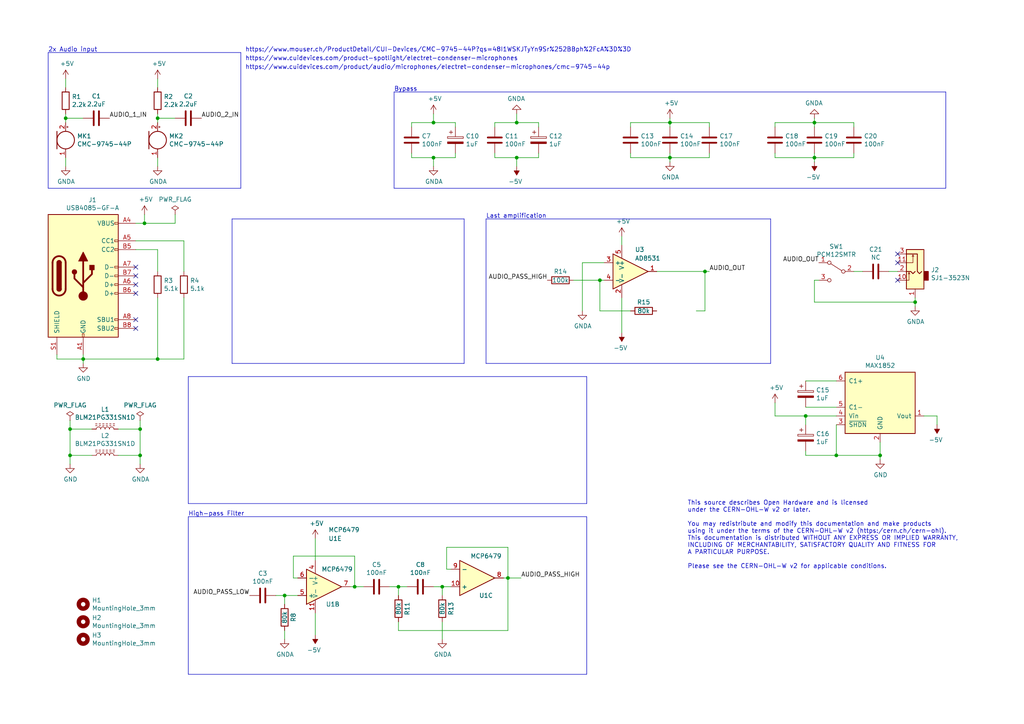
<source format=kicad_sch>
(kicad_sch (version 20230121) (generator eeschema)
  (paper "A4")
  (title_block (title "Gmic") (date "2023-03-15") (rev "V1.1") (company "Guillaume Guillet") (comment 1 "Copyright Guillaume Guillet 2023") (comment 2 "Licensed under CERN-OHL-W v2 or later"))
  (lib_symbols
    (symbol "Connector:USB_C_Receptacle_USB2.0" (pin_names (offset 1.016))
      (property "Reference" "J" (at -10.16 19.05 0))
      (property "Value" "USB_C_Receptacle_USB2.0" (at 19.05 19.05 0))
      (symbol "USB_C_Receptacle_USB2.0_1_1"
        (pin passive line (at 0 -22.86 90) (length 5.08) (name "GND") (number "A1"))
        (pin passive line (at 0 -22.86 90) (length 5.08) hide (name "GND") (number "A12"))
        (pin passive line (at 15.24 15.24 180) (length 5.08) (name "VBUS") (number "A4"))
        (pin bidirectional line (at 15.24 10.16 180) (length 5.08) (name "CC1") (number "A5"))
        (pin bidirectional line (at 15.24 -2.54 180) (length 5.08) (name "D+") (number "A6"))
        (pin bidirectional line (at 15.24 2.54 180) (length 5.08) (name "D-") (number "A7"))
        (pin bidirectional line (at 15.24 -12.7 180) (length 5.08) (name "SBU1") (number "A8"))
        (pin passive line (at 15.24 15.24 180) (length 5.08) hide (name "VBUS") (number "A9"))
        (pin passive line (at 0 -22.86 90) (length 5.08) hide (name "GND") (number "B1"))
        (pin passive line (at 0 -22.86 90) (length 5.08) hide (name "GND") (number "B12"))
        (pin passive line (at 15.24 15.24 180) (length 5.08) hide (name "VBUS") (number "B4"))
        (pin bidirectional line (at 15.24 7.62 180) (length 5.08) (name "CC2") (number "B5"))
        (pin bidirectional line (at 15.24 -5.08 180) (length 5.08) (name "D+") (number "B6"))
        (pin bidirectional line (at 15.24 0 180) (length 5.08) (name "D-") (number "B7"))
        (pin bidirectional line (at 15.24 -15.24 180) (length 5.08) (name "SBU2") (number "B8"))
        (pin passive line (at 15.24 15.24 180) (length 5.08) hide (name "VBUS") (number "B9"))
        (pin passive line (at -7.62 -22.86 90) (length 5.08) (name "SHIELD") (number "S1"))
      )
    )
    (symbol "Custom:AD8531"
      (property "Reference" "U" (at 1.27 5.08 0))
      (property "Value" "AD8531" (at 5.08 -3.81 0))
      (symbol "AD8531_1_1"
        (pin output line (at 7.62 0 180) (length 2.54) (name "~") (number "1"))
        (pin power_in line (at -2.54 -7.62 90) (length 3.81) (name "V-") (number "2"))
        (pin input line (at -7.62 2.54 0) (length 2.54) (name "+") (number "3"))
        (pin input line (at -7.62 -2.54 0) (length 2.54) (name "-") (number "4"))
        (pin power_in line (at -2.54 7.62 270) (length 3.81) (name "V+") (number "5"))
      )
    )
    (symbol "Custom:AD8532"
      (property "Reference" "U" (at 0 5.08 0))
      (property "Value" "AD8532" (at 0 -5.08 0))
      (symbol "AD8532_1_1"
        (pin output line (at 7.62 0 180) (length 2.54) (name "~") (number "1"))
        (pin input line (at -7.62 -2.54 0) (length 2.54) (name "-") (number "2"))
        (pin input line (at -7.62 2.54 0) (length 2.54) (name "+") (number "3"))
      )
      (symbol "AD8532_2_1"
        (pin input line (at -7.62 2.54 0) (length 2.54) (name "+") (number "5"))
        (pin input line (at -7.62 -2.54 0) (length 2.54) (name "-") (number "6"))
        (pin output line (at 7.62 0 180) (length 2.54) (name "~") (number "7"))
      )
      (symbol "AD8532_3_1"
        (pin power_in line (at 0 -6.35 90) (length 3.81) (name "V-") (number "4"))
        (pin power_in line (at 0 6.35 270) (length 3.81) (name "V+") (number "8"))
      )
    )
    (symbol "Custom:MAX1852" (pin_names (offset 1.016))
      (property "Reference" "U" (at -10.16 10.16 0))
      (property "Value" "MAX1852" (at 15.24 10.16 0))
      (symbol "MAX1852_1_1"
        (pin power_out line (at 12.7 -5.08 180) (length 2.54) (name "Vout") (number "1"))
        (pin power_in line (at 0 -12.7 90) (length 2.54) (name "GND") (number "2"))
        (pin input line (at -12.7 -7.62 0) (length 2.54) (name "~{SHDN}") (number "3"))
        (pin power_in line (at -12.7 -5.08 0) (length 2.54) (name "Vin") (number "4"))
        (pin passive line (at -12.7 -2.54 0) (length 2.54) (name "C1-") (number "5"))
        (pin passive line (at -12.7 5.08 0) (length 2.54) (name "C1+") (number "6"))
      )
    )
    (symbol "Custom:MCP6479"
      (property "Reference" "U" (at 0 5.08 0))
      (property "Value" "MCP6479" (at 0 -5.08 0))
      (symbol "MCP6479_1_1"
        (pin output line (at 7.62 0 180) (length 2.54) (name "~") (number "1"))
        (pin input line (at -7.62 -2.54 0) (length 2.54) (name "-") (number "2"))
        (pin input line (at -7.62 2.54 0) (length 2.54) (name "+") (number "3"))
      )
      (symbol "MCP6479_2_1"
        (pin input line (at -7.62 2.54 0) (length 2.54) (name "+") (number "5"))
        (pin input line (at -7.62 -2.54 0) (length 2.54) (name "-") (number "6"))
        (pin output line (at 7.62 0 180) (length 2.54) (name "~") (number "7"))
      )
      (symbol "MCP6479_3_1"
        (pin input line (at -7.62 2.54 0) (length 2.54) (name "+") (number "10"))
        (pin output line (at 7.62 0 180) (length 2.54) (name "~") (number "8"))
        (pin input line (at -7.62 -2.54 0) (length 2.54) (name "-") (number "9"))
      )
      (symbol "MCP6479_4_1"
        (pin input line (at -7.62 2.54 0) (length 2.54) (name "+") (number "12"))
        (pin input line (at -7.62 -2.54 0) (length 2.54) (name "-") (number "13"))
        (pin output line (at 7.62 0 180) (length 2.54) (name "~") (number "14"))
      )
      (symbol "MCP6479_5_1"
        (pin power_in line (at -2.54 -7.62 90) (length 3.81) (name "V-") (number "11"))
        (pin power_in line (at -2.54 7.62 270) (length 3.81) (name "V+") (number "4"))
      )
    )
    (symbol "Custom:SJ1-3523N"
      (property "Reference" "J" (at 0 11.43 0))
      (property "Value" "SJ1-3523N" (at 0 8.89 0))
      (symbol "SJ1-3523N_1_1"
        (pin passive line (at 0 -7.62 90) (length 2.54) (name "~") (number "1"))
        (pin passive line (at 5.08 -2.54 180) (length 2.54) (name "~") (number "10"))
        (pin passive line (at 5.08 2.54 180) (length 2.54) (name "~") (number "11"))
        (pin passive line (at 5.08 0 180) (length 2.54) (name "~") (number "2"))
        (pin passive line (at 5.08 5.08 180) (length 2.54) (name "~") (number "3"))
      )
    )
    (symbol "Device:C" (pin_numbers hide) (pin_names (offset 0.254))
      (property "Reference" "C" (at 0.635 2.54 0))
      (property "Value" "C" (at 0.635 -2.54 0))
      (symbol "C_1_1"
        (pin passive line (at 0 3.81 270) (length 2.794) (name "~") (number "1"))
        (pin passive line (at 0 -3.81 90) (length 2.794) (name "~") (number "2"))
      )
    )
    (symbol "Device:C_Polarized" (pin_numbers hide) (pin_names (offset 0.254))
      (property "Reference" "C" (at 0.635 2.54 0))
      (property "Value" "C_Polarized" (at 0.635 -2.54 0))
      (symbol "C_Polarized_1_1"
        (pin passive line (at 0 3.81 270) (length 2.794) (name "~") (number "1"))
        (pin passive line (at 0 -3.81 90) (length 2.794) (name "~") (number "2"))
      )
    )
    (symbol "Device:L_Ferrite" (pin_numbers hide) (pin_names (offset 1.016) hide)
      (property "Reference" "L" (at -1.27 0 90))
      (property "Value" "L_Ferrite" (at 2.794 0 90))
      (symbol "L_Ferrite_1_1"
        (pin passive line (at 0 3.81 270) (length 1.27) (name "1") (number "1"))
        (pin passive line (at 0 -3.81 90) (length 1.27) (name "2") (number "2"))
      )
    )
    (symbol "Device:Microphone" (pin_names (offset 0.0254) hide)
      (property "Reference" "MK" (at -3.81 1.27 0))
      (property "Value" "Microphone" (at -3.81 -0.635 0))
      (symbol "Microphone_1_1"
        (pin passive line (at 0 -5.08 90) (length 2.54) (name "-") (number "1"))
        (pin passive line (at 0 5.08 270) (length 2.54) (name "+") (number "2"))
      )
    )
    (symbol "Device:R" (pin_numbers hide) (pin_names (offset 0))
      (property "Reference" "R" (at 2.032 0 90))
      (property "Value" "R" (at 0 0 90))
      (symbol "R_1_1"
        (pin passive line (at 0 3.81 270) (length 1.27) (name "~") (number "1"))
        (pin passive line (at 0 -3.81 90) (length 1.27) (name "~") (number "2"))
      )
    )
    (symbol "Device:R_Potentiometer" (pin_names (offset 1.016) hide)
      (property "Reference" "RV" (at -4.445 0 90))
      (property "Value" "R_Potentiometer" (at -2.54 0 90))
      (symbol "R_Potentiometer_1_1"
        (pin passive line (at 0 3.81 270) (length 1.27) (name "1") (number "1"))
        (pin passive line (at 3.81 0 180) (length 1.27) (name "2") (number "2"))
        (pin passive line (at 0 -3.81 90) (length 1.27) (name "3") (number "3"))
      )
    )
    (symbol "Mechanical:MountingHole" (pin_names (offset 1.016))
      (property "Reference" "H" (at 0 5.08 0))
      (property "Value" "MountingHole" (at 0 3.175 0))
    )
    (symbol "Switch:SW_SPDT" (pin_names (offset 0) hide)
      (property "Reference" "SW" (at 0 4.318 0))
      (property "Value" "SW_SPDT" (at 0 -5.08 0))
      (symbol "SW_SPDT_1_1"
        (pin passive line (at 5.08 2.54 180) (length 2.54) (name "A") (number "1"))
        (pin passive line (at -5.08 0 0) (length 2.54) (name "B") (number "2"))
        (pin passive line (at 5.08 -2.54 180) (length 2.54) (name "C") (number "3"))
      )
    )
    (symbol "power:+3.3V" (power) (pin_names (offset 0))
      (property "Value" "+3.3V" (at 0 3.556 0))
      (symbol "+3.3V_1_1"
        (pin power_in line (at 0 0 90) (length 0) hide (name "+3.3V") (number "1"))
      )
    )
    (symbol "power:+5V" (power) (pin_names (offset 0))
      (property "Value" "+5V" (at 0 3.556 0))
      (symbol "+5V_1_1"
        (pin power_in line (at 0 0 90) (length 0) hide (name "+5V") (number "1"))
      )
    )
    (symbol "power:-5V" (power) (pin_names (offset 0))
      (property "Value" "-5V" (at 0 3.81 0))
      (symbol "-5V_0_0"
        (pin power_in line (at 0 0 90) (length 0) hide (name "-5V") (number "1"))
      )
    )
    (symbol "power:GND" (power) (pin_names (offset 0))
      (property "Value" "GND" (at 0 -3.81 0))
      (symbol "GND_1_1"
        (pin power_in line (at 0 0 270) (length 0) hide (name "GND") (number "1"))
      )
    )
    (symbol "power:GNDA" (power) (pin_names (offset 0))
      (property "Value" "GNDA" (at 0 -3.81 0))
      (symbol "GNDA_1_1"
        (pin power_in line (at 0 0 270) (length 0) hide (name "GNDA") (number "1"))
      )
    )
    (symbol "power:PWR_FLAG" (power) (pin_numbers hide) (pin_names (offset 0) hide)
      (property "Value" "PWR_FLAG" (at 0 3.81 0))
      (symbol "PWR_FLAG_0_0"
        (pin power_out line (at 0 0 90) (length 0) (name "pwr") (number "1"))
      )
    )
  )
  (junction (at 173.99 81.28))
  (junction (at 125.73 35.56))
  (junction (at 82.55 172.72))
  (junction (at 194.31 35.56))
  (junction (at -34.29 96.52))
  (junction (at 255.27 132.08))
  (junction (at -59.69 107.95))
  (junction (at 40.64 132.08))
  (junction (at 149.86 35.56))
  (junction (at -163.83 148.59))
  (junction (at -127 142.24))
  (junction (at 102.87 170.18))
  (junction (at -163.83 127))
  (junction (at 45.72 104.14))
  (junction (at -59.69 82.55))
  (junction (at 233.68 120.65))
  (junction (at -52.07 209.55))
  (junction (at -59.69 93.98))
  (junction (at 40.64 124.46))
  (junction (at 236.22 45.72))
  (junction (at -144.78 124.46))
  (junction (at -62.23 217.17))
  (junction (at -134.62 142.24))
  (junction (at 147.32 167.64))
  (junction (at 242.57 132.08))
  (junction (at -144.78 146.05))
  (junction (at -86.36 204.47))
  (junction (at 24.13 104.14))
  (junction (at 41.91 64.77))
  (junction (at 115.57 170.18))
  (junction (at 265.43 87.63))
  (junction (at 20.32 124.46))
  (junction (at 20.32 132.08))
  (junction (at 149.86 45.72))
  (junction (at 204.47 78.74))
  (junction (at 125.73 45.72))
  (junction (at 194.31 45.72))
  (junction (at -45.72 107.95))
  (junction (at 236.22 35.56))
  (junction (at -113.03 201.93))
  (junction (at -74.93 204.47))
  (junction (at -62.23 204.47))
  (junction (at 45.72 34.29))
  (junction (at 19.05 34.29))
  (junction (at -107.95 139.7))
  (junction (at 128.27 170.18))
  (no_connect (at 260.35 73.66))
  (no_connect (at 260.35 76.2))
  (no_connect (at 39.37 80.01))
  (no_connect (at 39.37 92.71))
  (no_connect (at 260.35 81.28))
  (no_connect (at 39.37 82.55))
  (no_connect (at 39.37 77.47))
  (no_connect (at -107.95 157.48))
  (no_connect (at 39.37 95.25))
  (no_connect (at 39.37 85.09))
  (wire (pts (xy 113.03 170.18) (xy 115.57 170.18)))
  (wire (pts (xy 24.13 105.41) (xy 24.13 104.14)))
  (wire (pts (xy -34.29 96.52) (xy -34.29 106.68)))
  (wire (pts (xy -144.78 124.46) (xy -143.51 124.46)))
  (wire (pts (xy 34.29 132.08) (xy 40.64 132.08)))
  (wire (pts (xy 255.27 133.35) (xy 255.27 132.08)))
  (wire (pts (xy -113.03 214.63) (xy -113.03 212.09)))
  (wire (pts (xy 205.74 35.56) (xy 205.74 36.83)))
  (wire (pts (xy -163.83 148.59) (xy -163.83 154.94)))
  (wire (pts (xy 147.32 158.75) (xy 129.54 158.75)))
  (wire (pts (xy 102.87 161.29) (xy 102.87 170.18)))
  (wire (pts (xy -134.62 124.46) (xy -134.62 142.24)))
  (wire (pts (xy -35.56 96.52) (xy -34.29 96.52)))
  (wire (pts (xy 182.88 45.72) (xy 194.31 45.72)))
  (wire (pts (xy 247.65 35.56) (xy 247.65 36.83)))
  (wire (pts (xy 149.86 35.56) (xy 149.86 33.02)))
  (polyline (pts (xy 274.32 54.61) (xy 114.3 54.61)))
  (wire (pts (xy 149.86 45.72) (xy 149.86 48.26)))
  (wire (pts (xy 182.88 36.83) (xy 182.88 35.56)))
  (wire (pts (xy 194.31 36.83) (xy 194.31 35.56)))
  (wire (pts (xy 24.13 104.14) (xy 16.51 104.14)))
  (wire (pts (xy 132.08 35.56) (xy 132.08 36.83)))
  (wire (pts (xy 20.32 132.08) (xy 26.67 132.08)))
  (wire (pts (xy 45.72 34.29) (xy 45.72 33.02)))
  (wire (pts (xy -45.72 82.55) (xy -45.72 88.9)))
  (wire (pts (xy 82.55 175.26) (xy 82.55 172.72)))
  (wire (pts (xy -52.07 193.04) (xy -52.07 209.55)))
  (wire (pts (xy -74.93 201.93) (xy -74.93 204.47)))
  (wire (pts (xy 175.26 76.2) (xy 168.91 76.2)))
  (wire (pts (xy -107.95 139.7) (xy -107.95 140.97)))
  (wire (pts (xy -59.69 81.28) (xy -59.69 82.55)))
  (wire (pts (xy -62.23 204.47) (xy -50.8 204.47)))
  (wire (pts (xy -77.47 204.47) (xy -74.93 204.47)))
  (wire (pts (xy 265.43 88.9) (xy 265.43 87.63)))
  (wire (pts (xy 128.27 172.72) (xy 128.27 170.18)))
  (wire (pts (xy -62.23 214.63) (xy -62.23 217.17)))
  (wire (pts (xy 149.86 35.56) (xy 156.21 35.56)))
  (wire (pts (xy -59.69 107.95) (xy -59.69 104.14)))
  (wire (pts (xy -118.11 146.05) (xy -118.11 154.94)))
  (wire (pts (xy 224.79 120.65) (xy 233.68 120.65)))
  (wire (pts (xy 45.72 104.14) (xy 24.13 104.14)))
  (wire (pts (xy -113.03 201.93) (xy -102.87 201.93)))
  (wire (pts (xy -74.93 204.47) (xy -72.39 204.47)))
  (wire (pts (xy 129.54 158.75) (xy 129.54 165.1)))
  (wire (pts (xy -162.56 148.59) (xy -163.83 148.59)))
  (wire (pts (xy -62.23 204.47) (xy -64.77 204.47)))
  (polyline (pts (xy 274.32 26.67) (xy 274.32 54.61)))
  (polyline (pts (xy 170.18 146.05) (xy 54.61 146.05)))
  (wire (pts (xy 143.51 36.83) (xy 143.51 35.56)))
  (wire (pts (xy -110.49 139.7) (xy -107.95 139.7)))
  (wire (pts (xy 201.93 90.17) (xy 204.47 90.17)))
  (wire (pts (xy -86.36 213.36) (xy -86.36 204.47)))
  (wire (pts (xy 125.73 45.72) (xy 125.73 48.26)))
  (wire (pts (xy 115.57 182.88) (xy 115.57 180.34)))
  (wire (pts (xy -154.94 130.81) (xy -154.94 134.62)))
  (wire (pts (xy 224.79 36.83) (xy 224.79 35.56)))
  (wire (pts (xy 20.32 121.92) (xy 20.32 124.46)))
  (wire (pts (xy 119.38 35.56) (xy 125.73 35.56)))
  (wire (pts (xy 105.41 170.18) (xy 102.87 170.18)))
  (wire (pts (xy 125.73 170.18) (xy 128.27 170.18)))
  (wire (pts (xy 45.72 86.36) (xy 45.72 104.14)))
  (wire (pts (xy 237.49 81.28) (xy 236.22 81.28)))
  (wire (pts (xy 271.78 120.65) (xy 267.97 120.65)))
  (wire (pts (xy 45.72 72.39) (xy 39.37 72.39)))
  (wire (pts (xy 115.57 182.88) (xy 147.32 182.88)))
  (wire (pts (xy 242.57 110.49) (xy 233.68 110.49)))
  (wire (pts (xy -144.78 124.46) (xy -147.32 124.46)))
  (wire (pts (xy 102.87 170.18) (xy 101.6 170.18)))
  (wire (pts (xy 143.51 45.72) (xy 149.86 45.72)))
  (wire (pts (xy 247.65 78.74) (xy 250.19 78.74)))
  (wire (pts (xy 182.88 44.45) (xy 182.88 45.72)))
  (polyline (pts (xy 69.85 54.61) (xy 13.97 54.61)))
  (wire (pts (xy 236.22 44.45) (xy 236.22 45.72)))
  (wire (pts (xy 224.79 116.84) (xy 224.79 120.65)))
  (polyline (pts (xy 114.3 26.67) (xy 274.32 26.67)))
  (wire (pts (xy -59.69 93.98) (xy -59.69 96.52)))
  (wire (pts (xy 41.91 64.77) (xy 41.91 62.23)))
  (wire (pts (xy 115.57 172.72) (xy 115.57 170.18)))
  (wire (pts (xy 19.05 48.26) (xy 19.05 45.72)))
  (wire (pts (xy -146.05 154.94) (xy -144.78 154.94)))
  (wire (pts (xy 118.11 170.18) (xy 115.57 170.18)))
  (wire (pts (xy -144.78 133.35) (xy -144.78 124.46)))
  (wire (pts (xy 45.72 25.4) (xy 45.72 22.86)))
  (wire (pts (xy 236.22 35.56) (xy 247.65 35.56)))
  (wire (pts (xy -74.93 193.04) (xy -52.07 193.04)))
  (polyline (pts (xy 13.97 54.61) (xy 13.97 15.24)))
  (wire (pts (xy -111.76 153.67) (xy -127 153.67)))
  (wire (pts (xy 19.05 34.29) (xy 19.05 33.02)))
  (wire (pts (xy -107.95 148.59) (xy -107.95 149.86)))
  (wire (pts (xy 194.31 44.45) (xy 194.31 45.72)))
  (polyline (pts (xy 69.85 15.24) (xy 69.85 54.61)))
  (wire (pts (xy -107.95 139.7) (xy -104.14 139.7)))
  (wire (pts (xy 16.51 104.14) (xy 16.51 102.87)))
  (wire (pts (xy 233.68 120.65) (xy 233.68 123.19)))
  (wire (pts (xy 53.34 69.85) (xy 53.34 78.74)))
  (wire (pts (xy 91.44 162.56) (xy 91.44 156.21)))
  (polyline (pts (xy 54.61 149.86) (xy 170.18 149.86)))
  (wire (pts (xy 91.44 184.15) (xy 91.44 177.8)))
  (wire (pts (xy -59.69 82.55) (xy -59.69 83.82)))
  (wire (pts (xy -52.07 99.06) (xy -50.8 99.06)))
  (wire (pts (xy -71.12 107.95) (xy -59.69 107.95)))
  (wire (pts (xy -86.36 204.47) (xy -87.63 204.47)))
  (wire (pts (xy 147.32 167.64) (xy 147.32 158.75)))
  (wire (pts (xy 180.34 71.12) (xy 180.34 68.58)))
  (wire (pts (xy 156.21 45.72) (xy 156.21 44.45)))
  (polyline (pts (xy 140.97 105.41) (xy 223.52 105.41)))
  (wire (pts (xy -52.07 99.06) (xy -52.07 106.68)))
  (wire (pts (xy 125.73 35.56) (xy 132.08 35.56)))
  (wire (pts (xy 265.43 87.63) (xy 265.43 86.36)))
  (wire (pts (xy -154.94 115.57) (xy -154.94 118.11)))
  (wire (pts (xy 143.51 35.56) (xy 149.86 35.56)))
  (wire (pts (xy 204.47 90.17) (xy 204.47 78.74)))
  (polyline (pts (xy 13.97 15.24) (xy 69.85 15.24)))
  (wire (pts (xy -104.14 213.36) (xy -86.36 213.36)))
  (wire (pts (xy -45.72 107.95) (xy -59.69 107.95)))
  (wire (pts (xy 147.32 167.64) (xy 151.13 167.64)))
  (wire (pts (xy 173.99 90.17) (xy 182.88 90.17)))
  (wire (pts (xy 19.05 25.4) (xy 19.05 22.86)))
  (wire (pts (xy 156.21 35.56) (xy 156.21 36.83)))
  (wire (pts (xy 50.8 62.23) (xy 50.8 64.77)))
  (wire (pts (xy -52.07 106.68) (xy -34.29 106.68)))
  (wire (pts (xy 146.05 167.64) (xy 147.32 167.64)))
  (polyline (pts (xy 223.52 63.5) (xy 223.52 105.41)))
  (wire (pts (xy 86.36 172.72) (xy 82.55 172.72)))
  (wire (pts (xy 40.64 121.92) (xy 40.64 124.46)))
  (wire (pts (xy 242.57 123.19) (xy 242.57 132.08)))
  (wire (pts (xy 40.64 132.08) (xy 40.64 134.62)))
  (wire (pts (xy -34.29 215.9) (xy -34.29 207.01)))
  (wire (pts (xy -163.83 133.35) (xy -163.83 127)))
  (wire (pts (xy -102.87 207.01) (xy -104.14 207.01)))
  (polyline (pts (xy 54.61 109.22) (xy 54.61 146.05)))
  (wire (pts (xy 224.79 45.72) (xy 224.79 44.45)))
  (wire (pts (xy 236.22 81.28) (xy 236.22 87.63)))
  (polyline (pts (xy 54.61 109.22) (xy 170.18 109.22)))
  (wire (pts (xy -34.29 207.01) (xy -35.56 207.01)))
  (wire (pts (xy 194.31 35.56) (xy 205.74 35.56)))
  (wire (pts (xy -118.11 130.81) (xy -118.11 133.35)))
  (wire (pts (xy 166.37 81.28) (xy 173.99 81.28)))
  (wire (pts (xy 40.64 124.46) (xy 40.64 132.08)))
  (wire (pts (xy 242.57 120.65) (xy 233.68 120.65)))
  (wire (pts (xy 204.47 78.74) (xy 205.74 78.74)))
  (wire (pts (xy -115.57 201.93) (xy -113.03 201.93)))
  (wire (pts (xy -135.89 124.46) (xy -134.62 124.46)))
  (wire (pts (xy -104.14 207.01) (xy -104.14 213.36)))
  (wire (pts (xy 45.72 34.29) (xy 45.72 35.56)))
  (wire (pts (xy 194.31 35.56) (xy 182.88 35.56)))
  (wire (pts (xy -134.62 142.24) (xy -127 142.24)))
  (wire (pts (xy -62.23 207.01) (xy -62.23 204.47)))
  (wire (pts (xy 236.22 45.72) (xy 224.79 45.72)))
  (wire (pts (xy 45.72 104.14) (xy 53.34 104.14)))
  (wire (pts (xy -59.69 91.44) (xy -59.69 93.98)))
  (wire (pts (xy 194.31 45.72) (xy 194.31 46.99)))
  (wire (pts (xy -50.8 209.55) (xy -52.07 209.55)))
  (wire (pts (xy -74.93 194.31) (xy -74.93 193.04)))
  (wire (pts (xy 205.74 44.45) (xy 205.74 45.72)))
  (polyline (pts (xy 67.31 63.5) (xy 134.62 63.5)))
  (polyline (pts (xy 140.97 63.5) (xy 223.52 63.5)))
  (wire (pts (xy 82.55 185.42) (xy 82.55 182.88)))
  (wire (pts (xy 190.5 78.74) (xy 204.47 78.74)))
  (wire (pts (xy -59.69 93.98) (xy -50.8 93.98)))
  (wire (pts (xy -144.78 154.94) (xy -144.78 146.05)))
  (wire (pts (xy -165.1 148.59) (xy -163.83 148.59)))
  (wire (pts (xy -144.78 133.35) (xy -146.05 133.35)))
  (wire (pts (xy 125.73 35.56) (xy 125.73 33.02)))
  (wire (pts (xy 128.27 180.34) (xy 128.27 185.42)))
  (wire (pts (xy -127 142.24) (xy -127 153.67)))
  (wire (pts (xy 236.22 45.72) (xy 247.65 45.72)))
  (polyline (pts (xy 114.3 54.61) (xy 114.3 26.67)))
  (wire (pts (xy 20.32 124.46) (xy 26.67 124.46)))
  (wire (pts (xy 194.31 35.56) (xy 194.31 34.29)))
  (wire (pts (xy -34.29 96.52) (xy -29.21 96.52)))
  (wire (pts (xy 50.8 34.29) (xy 45.72 34.29)))
  (wire (pts (xy -163.83 154.94) (xy -153.67 154.94)))
  (wire (pts (xy 233.68 118.11) (xy 242.57 118.11)))
  (wire (pts (xy -43.18 213.36) (xy -43.18 217.17)))
  (wire (pts (xy 50.8 64.77) (xy 41.91 64.77)))
  (wire (pts (xy 86.36 167.64) (xy 85.09 167.64)))
  (polyline (pts (xy 67.31 105.41) (xy 67.31 63.5)))
  (wire (pts (xy -71.12 104.14) (xy -71.12 107.95)))
  (wire (pts (xy 85.09 161.29) (xy 102.87 161.29)))
  (wire (pts (xy 236.22 45.72) (xy 236.22 46.99)))
  (polyline (pts (xy 140.97 105.41) (xy 140.97 63.5)))
  (wire (pts (xy -62.23 217.17) (xy -43.18 217.17)))
  (wire (pts (xy -134.62 146.05) (xy -135.89 146.05)))
  (wire (pts (xy -45.72 109.22) (xy -45.72 107.95)))
  (wire (pts (xy 125.73 45.72) (xy 132.08 45.72)))
  (wire (pts (xy 168.91 76.2) (xy 168.91 90.17)))
  (wire (pts (xy 247.65 45.72) (xy 247.65 44.45)))
  (wire (pts (xy 205.74 45.72) (xy 194.31 45.72)))
  (wire (pts (xy 173.99 81.28) (xy 175.26 81.28)))
  (wire (pts (xy -165.1 127) (xy -163.83 127)))
  (polyline (pts (xy 67.31 105.41) (xy 134.62 105.41)))
  (wire (pts (xy -62.23 217.17) (xy -62.23 218.44)))
  (wire (pts (xy 53.34 104.14) (xy 53.34 86.36)))
  (wire (pts (xy 24.13 34.29) (xy 19.05 34.29)))
  (wire (pts (xy 242.57 132.08) (xy 233.68 132.08)))
  (wire (pts (xy 45.72 78.74) (xy 45.72 72.39)))
  (wire (pts (xy 236.22 35.56) (xy 236.22 34.29)))
  (wire (pts (xy -45.72 107.95) (xy -45.72 104.14)))
  (wire (pts (xy 20.32 132.08) (xy 20.32 134.62)))
  (wire (pts (xy 132.08 45.72) (xy 132.08 44.45)))
  (wire (pts (xy 34.29 124.46) (xy 40.64 124.46)))
  (wire (pts (xy -52.07 209.55) (xy -52.07 215.9)))
  (wire (pts (xy 149.86 45.72) (xy 156.21 45.72)))
  (wire (pts (xy 236.22 36.83) (xy 236.22 35.56)))
  (wire (pts (xy -134.62 142.24) (xy -134.62 146.05)))
  (wire (pts (xy 80.01 172.72) (xy 82.55 172.72)))
  (wire (pts (xy 180.34 86.36) (xy 180.34 96.52)))
  (wire (pts (xy 129.54 165.1) (xy 130.81 165.1)))
  (wire (pts (xy 41.91 64.77) (xy 39.37 64.77)))
  (wire (pts (xy -59.69 93.98) (xy -71.12 93.98)))
  (wire (pts (xy 236.22 87.63) (xy 265.43 87.63)))
  (wire (pts (xy 233.68 132.08) (xy 233.68 130.81)))
  (wire (pts (xy 119.38 44.45) (xy 119.38 45.72)))
  (wire (pts (xy 147.32 167.64) (xy 147.32 182.88)))
  (wire (pts (xy 173.99 81.28) (xy 173.99 90.17)))
  (wire (pts (xy 257.81 78.74) (xy 260.35 78.74)))
  (wire (pts (xy 45.72 48.26) (xy 45.72 45.72)))
  (wire (pts (xy -127 142.24) (xy -125.73 142.24)))
  (wire (pts (xy -45.72 82.55) (xy -59.69 82.55)))
  (polyline (pts (xy 170.18 109.22) (xy 170.18 146.05)))
  (wire (pts (xy -43.18 198.12) (xy -43.18 200.66)))
  (wire (pts (xy 19.05 35.56) (xy 19.05 34.29)))
  (wire (pts (xy 119.38 45.72) (xy 125.73 45.72)))
  (wire (pts (xy -86.36 204.47) (xy -85.09 204.47)))
  (wire (pts (xy 128.27 170.18) (xy 130.81 170.18)))
  (wire (pts (xy -71.12 93.98) (xy -71.12 96.52)))
  (wire (pts (xy 224.79 35.56) (xy 236.22 35.56)))
  (wire (pts (xy 20.32 124.46) (xy 20.32 132.08)))
  (wire (pts (xy 271.78 120.65) (xy 271.78 123.19)))
  (wire (pts (xy 119.38 36.83) (xy 119.38 35.56)))
  (polyline (pts (xy 170.18 149.86) (xy 170.18 195.58)))
  (wire (pts (xy -113.03 201.93) (xy -113.03 204.47)))
  (polyline (pts (xy 54.61 149.86) (xy 54.61 195.58)))
  (wire (pts (xy -144.78 146.05) (xy -147.32 146.05)))
  (wire (pts (xy 143.51 44.45) (xy 143.51 45.72)))
  (polyline (pts (xy 170.18 195.58) (xy 54.61 195.58)))
  (wire (pts (xy -153.67 133.35) (xy -163.83 133.35)))
  (wire (pts (xy 255.27 132.08) (xy 242.57 132.08)))
  (polyline (pts (xy 134.62 63.5) (xy 134.62 105.41)))
  (wire (pts (xy -144.78 146.05) (xy -143.51 146.05)))
  (wire (pts (xy -52.07 215.9) (xy -34.29 215.9)))
  (wire (pts (xy 255.27 132.08) (xy 255.27 128.27)))
  (wire (pts (xy 24.13 104.14) (xy 24.13 102.87)))
  (wire (pts (xy 39.37 69.85) (xy 53.34 69.85)))
  (wire (pts (xy -163.83 127) (xy -162.56 127)))
  (wire (pts (xy 85.09 167.64) (xy 85.09 161.29)))
  (rectangle (start -176.53 110.49) (end -88.9 166.37))
  (rectangle (start -77.47 74.93) (end -19.05 116.84))
  (text "Low-pass Filter" (at -54.61 162.56 0) (effects (font (size 1.27 1.27)) (justify left bottom)))
  (text "High-pass Filter" (at 54.61 149.86 0) (effects (font (size 1.27 1.27)) (justify left bottom)))
  (text "Offset reference of Vcc/2" (at -77.47 73.66 0) (effects (font (size 1.27 1.27)) (justify left bottom)))
  (text "https://www.mouser.ch/ProductDetail/CUI-Devices/CMC-9745-44P?qs=48I1WSKJTyYn9Sr%252BBph%2FcA%3D%3D" (at 71.12 15.24 0) (effects (font (size 1.27 1.27)) (justify left bottom)))
  (text "https://www.cuidevices.com/product/audio/microphones/electret-condenser-microphones/cmc-9745-44p" (at 71.12 20.32 0) (effects (font (size 1.27 1.27)) (justify left bottom)))
  (text "Audio average and pre-amp" (at -176.53 109.22 0) (effects (font (size 1.27 1.27)) (justify left bottom)))
  (text "Bypass" (at 114.3 26.67 0) (effects (font (size 1.27 1.27)) (justify left bottom)))
  (text "https://www.cuidevices.com/product-spotlight/electret-condenser-microphones" (at 71.12 17.78 0) (effects (font (size 1.27 1.27)) (justify left bottom)))
  (text "Last amplification" (at 140.97 63.5 0) (effects (font (size 1.27 1.27)) (justify left bottom)))
  (text "2x Audio input" (at 13.97 15.24 0) (effects (font (size 1.27 1.27)) (justify left bottom)))
  (text "This source describes Open Hardware and is licensed\nunder the CERN-OHL-W v2 or later. \n\nYou may redistribute and modify this documentation and make products\nusing it under the terms of the CERN-OHL-W v2 (https:/cern.ch/cern-ohl).\nThis documentation is distributed WITHOUT ANY EXPRESS OR IMPLIED WARRANTY,\nINCLUDING OF MERCHANTABILITY, SATISFACTORY QUALITY AND FITNESS FOR\nA PARTICULAR PURPOSE.\n\nPlease see the CERN-OHL-W v2 for applicable conditions. " (at 199.39 165.1 0) (effects (font (size 1.27 1.27)) (justify left bottom)))
  (label "AUDIO_PASS_LOW" (at -33.02 207.01 0))
  (label "V_OFFSET" (at -125.73 137.16 180))
  (label "V_OFFSET" (at -162.56 121.92 180))
  (label "AUDIO_OUT" (at 205.74 78.74 0))
  (label "AUDIO_2_IN" (at -165.1 148.59 180))
  (label "AUDIO_AVERAGE" (at -123.19 201.93 180))
  (label "AUDIO_1_IN" (at -165.1 127 180))
  (label "AUDIO_PASS_LOW" (at 72.39 172.72 180))
  (label "V_OFFSET" (at -29.21 96.52 0))
  (label "AUDIO_PASS_HIGH" (at 151.13 167.64 0))
  (label "AUDIO_1_IN" (at 31.75 34.29 0))
  (label "AUDIO_2_IN" (at 58.42 34.29 0))
  (label "V_OFFSET" (at -162.56 143.51 180))
  (label "AUDIO_PASS_HIGH" (at 158.75 81.28 180))
  (label "AUDIO_OUT" (at 237.49 76.2 180))
  (label "AUDIO_AVERAGE" (at -104.14 139.7 0))
  (symbol (lib_id "Device:Microphone") (at 19.05 40.64 0) (unit 1)
    (property "Reference" "MK1" (at 22.352 39.4716 0) (effects (justify left)))
    (property "Value" "CMC-9745-44P" (at 22.352 41.783 0) (effects (justify left)))
    (property "Footprint" "CMC974544P:CMC974544P" (effects hide))
  )
  (symbol (lib_id "Device:Microphone") (at 45.72 40.64 0) (unit 1)
    (property "Reference" "MK2" (at 49.022 39.4716 0) (effects (justify left)))
    (property "Value" "CMC-9745-44P" (at 49.022 41.783 0) (effects (justify left)))
    (property "Footprint" "CMC974544P:CMC974544P" (effects hide))
  )
  (symbol (lib_id "Device:R") (at -139.7 124.46 270) (unit 1)
    (property "Reference" "R6" (at -139.7 121.92 90))
    (property "Value" "100k" (at -139.7 124.46 90))
    (property "Footprint" "Resistor_SMD:R_0805_2012Metric" (effects hide))
  )
  (symbol (lib_id "Device:R") (at -139.7 146.05 270) (unit 1)
    (property "Reference" "R7" (at -139.7 143.51 90))
    (property "Value" "100k" (at -139.7 146.05 90))
    (property "Footprint" "Resistor_SMD:R_0805_2012Metric" (effects hide))
  )
  (symbol (lib_id "Device:R") (at -107.95 144.78 0) (unit 1)
    (property "Reference" "R9" (at -110.49 144.78 90))
    (property "Value" "50k" (at -107.95 144.78 90))
    (property "Footprint" "Resistor_SMD:R_0805_2012Metric" (effects hide))
  )
  (symbol (lib_id "power:+5V") (at 19.05 22.86 0) (unit 1)
    (property "Reference" "#PWR0101" (effects hide))
    (property "Value" "+5V" (at 19.431 18.4658 0))
  )
  (symbol (lib_id "power:+5V") (at 45.72 22.86 0) (unit 1)
    (property "Reference" "#PWR0102" (effects hide))
    (property "Value" "+5V" (at 46.101 18.4658 0))
  )
  (symbol (lib_id "Device:R") (at 82.55 179.07 180) (unit 1)
    (property "Reference" "R8" (at 85.09 179.07 90))
    (property "Value" "80k" (at 82.55 179.07 90))
    (property "Footprint" "Resistor_SMD:R_0805_2012Metric" (effects hide))
  )
  (symbol (lib_id "Device:C") (at 76.2 172.72 270) (unit 1)
    (property "Reference" "C3" (at 76.2 166.3192 90))
    (property "Value" "100nF" (at 76.2 168.6306 90))
    (property "Footprint" "Capacitor_SMD:C_0805_2012Metric" (effects hide))
  )
  (symbol (lib_id "power:-5V") (at 91.44 184.15 180) (unit 1)
    (property "Reference" "#PWR0115" (effects hide))
    (property "Value" "-5V" (at 91.059 188.5442 0))
  )
  (symbol (lib_id "power:+5V") (at 91.44 156.21 0) (unit 1)
    (property "Reference" "#PWR0105" (effects hide))
    (property "Value" "+5V" (at 91.821 151.8158 0))
  )
  (symbol (lib_id "Device:R") (at 115.57 176.53 180) (unit 1)
    (property "Reference" "R11" (at 118.11 176.53 90))
    (property "Value" "80k" (at 115.57 176.53 90))
    (property "Footprint" "Resistor_SMD:R_0805_2012Metric" (effects hide))
  )
  (symbol (lib_id "Device:C") (at 109.22 170.18 270) (unit 1)
    (property "Reference" "C5" (at 109.22 163.7792 90))
    (property "Value" "100nF" (at 109.22 166.0906 90))
    (property "Footprint" "Capacitor_SMD:C_0805_2012Metric" (effects hide))
  )
  (symbol (lib_id "Device:C") (at 194.31 40.64 0) (unit 1)
    (property "Reference" "C14" (at 197.231 39.4716 0) (effects (justify left)))
    (property "Value" "100nF" (at 197.231 41.783 0) (effects (justify left)))
    (property "Footprint" "Capacitor_SMD:C_0805_2012Metric" (effects hide))
  )
  (symbol (lib_id "power:+5V") (at 194.31 34.29 0) (unit 1)
    (property "Reference" "#PWR0106" (effects hide))
    (property "Value" "+5V" (at 194.691 29.8958 0))
  )
  (symbol (lib_id "Device:C") (at 224.79 40.64 0) (unit 1)
    (property "Reference" "C18" (at 227.711 39.4716 0) (effects (justify left)))
    (property "Value" "100nF" (at 227.711 41.783 0) (effects (justify left)))
    (property "Footprint" "Capacitor_SMD:C_0805_2012Metric" (effects hide))
  )
  (symbol (lib_id "power:-5V") (at 236.22 46.99 180) (unit 1)
    (property "Reference" "#PWR0107" (effects hide))
    (property "Value" "-5V" (at 235.839 51.3842 0))
  )
  (symbol (lib_id "Device:R") (at 162.56 81.28 270) (unit 1)
    (property "Reference" "R14" (at 162.56 78.74 90))
    (property "Value" "100k" (at 162.56 81.28 90))
    (property "Footprint" "Resistor_SMD:R_0805_2012Metric" (effects hide))
  )
  (symbol (lib_id "Device:R") (at 186.69 90.17 270) (unit 1)
    (property "Reference" "R15" (at 186.69 87.63 90))
    (property "Value" "80k" (at 186.69 90.17 90))
    (property "Footprint" "Resistor_SMD:R_0805_2012Metric" (effects hide))
  )
  (symbol (lib_id "power:-5V") (at 180.34 96.52 180) (unit 1)
    (property "Reference" "#PWR0108" (effects hide))
    (property "Value" "-5V" (at 179.959 100.9142 0))
  )
  (symbol (lib_id "power:+5V") (at 180.34 68.58 0) (unit 1)
    (property "Reference" "#PWR0109" (effects hide))
    (property "Value" "+5V" (at 180.721 64.1858 0))
  )
  (symbol (lib_id "Device:C") (at 119.38 40.64 0) (unit 1)
    (property "Reference" "C7" (at 122.301 39.4716 0) (effects (justify left)))
    (property "Value" "100nF" (at 122.301 41.783 0) (effects (justify left)))
    (property "Footprint" "Capacitor_SMD:C_0805_2012Metric" (effects hide))
  )
  (symbol (lib_id "Device:C_Polarized") (at 132.08 40.64 0) (unit 1)
    (property "Reference" "C10" (at 135.0772 39.4716 0) (effects (justify left)))
    (property "Value" "1uF" (at 135.0772 41.783 0) (effects (justify left)))
    (property "Footprint" "Capacitor_SMD:C_0805_2012Metric" (effects hide))
  )
  (symbol (lib_id "power:+5V") (at 125.73 33.02 0) (unit 1)
    (property "Reference" "#PWR0110" (effects hide))
    (property "Value" "+5V" (at 126.111 28.6258 0))
  )
  (symbol (lib_id "Device:C") (at 143.51 40.64 0) (unit 1)
    (property "Reference" "C11" (at 146.431 39.4716 0) (effects (justify left)))
    (property "Value" "100nF" (at 146.431 41.783 0) (effects (justify left)))
    (property "Footprint" "Capacitor_SMD:C_0805_2012Metric" (effects hide))
  )
  (symbol (lib_id "Device:C_Polarized") (at 156.21 40.64 0) (unit 1)
    (property "Reference" "C12" (at 159.2072 39.4716 0) (effects (justify left)))
    (property "Value" "1uF" (at 159.2072 41.783 0) (effects (justify left)))
    (property "Footprint" "Capacitor_SMD:C_0805_2012Metric" (effects hide))
  )
  (symbol (lib_id "power:-5V") (at 149.86 48.26 180) (unit 1)
    (property "Reference" "#PWR0111" (effects hide))
    (property "Value" "-5V" (at 149.479 52.6542 0))
  )
  (symbol (lib_id "power:GND") (at 255.27 133.35 0) (unit 1)
    (property "Reference" "#PWR0112" (effects hide))
    (property "Value" "GND" (at 255.397 137.7442 0))
  )
  (symbol (lib_id "Device:C_Polarized") (at 233.68 114.3 0) (unit 1)
    (property "Reference" "C15" (at 236.6772 113.1316 0) (effects (justify left)))
    (property "Value" "1uF" (at 236.6772 115.443 0) (effects (justify left)))
    (property "Footprint" "Capacitor_SMD:C_0805_2012Metric" (effects hide))
  )
  (symbol (lib_id "Device:C_Polarized") (at 233.68 127 0) (unit 1)
    (property "Reference" "C16" (at 236.6772 125.8316 0) (effects (justify left)))
    (property "Value" "1uF" (at 236.6772 128.143 0) (effects (justify left)))
    (property "Footprint" "Capacitor_SMD:C_0805_2012Metric" (effects hide))
  )
  (symbol (lib_id "power:+5V") (at 224.79 116.84 0) (unit 1)
    (property "Reference" "#PWR0113" (effects hide))
    (property "Value" "+5V" (at 225.171 112.4458 0))
  )
  (symbol (lib_id "power:-5V") (at 271.78 123.19 180) (unit 1)
    (property "Reference" "#PWR0114" (effects hide))
    (property "Value" "-5V" (at 271.399 127.5842 0))
  )
  (symbol (lib_id "Device:R") (at 19.05 29.21 0) (unit 1)
    (property "Reference" "R1" (at 20.828 28.0416 0) (effects (justify left)))
    (property "Value" "2.2k" (at 20.828 30.353 0) (effects (justify left)))
    (property "Footprint" "Resistor_SMD:R_0805_2012Metric" (effects hide))
  )
  (symbol (lib_id "Device:R") (at 45.72 29.21 0) (unit 1)
    (property "Reference" "R2" (at 47.498 28.0416 0) (effects (justify left)))
    (property "Value" "2.2k" (at 47.498 30.353 0) (effects (justify left)))
    (property "Footprint" "Resistor_SMD:R_0805_2012Metric" (effects hide))
  )
  (symbol (lib_id "Device:C") (at 54.61 34.29 270) (unit 1)
    (property "Reference" "C2" (at 54.61 27.8892 90))
    (property "Value" "2.2uF" (at 54.61 30.2006 90))
    (property "Footprint" "Capacitor_SMD:C_0805_2012Metric" (effects hide))
  )
  (symbol (lib_id "Device:C") (at 27.94 34.29 270) (unit 1)
    (property "Reference" "C1" (at 27.94 27.8892 90))
    (property "Value" "2.2uF" (at 27.94 30.2006 90))
    (property "Footprint" "Capacitor_SMD:C_0805_2012Metric" (effects hide))
  )
  (symbol (lib_id "power:GND") (at 24.13 105.41 0) (unit 1)
    (property "Reference" "#PWR0116" (effects hide))
    (property "Value" "GND" (at 24.257 109.8042 0))
  )
  (symbol (lib_id "Device:C") (at -113.03 208.28 180) (unit 1)
    (property "Reference" "C4" (at -106.6292 208.28 90))
    (property "Value" "100pF" (at -108.9406 208.28 90))
    (property "Footprint" "Capacitor_SMD:C_0805_2012Metric" (effects hide))
  )
  (symbol (lib_id "Device:R") (at -119.38 201.93 270) (unit 1)
    (property "Reference" "R5" (at -119.38 199.39 90))
    (property "Value" "80k" (at -119.38 201.93 90))
    (property "Footprint" "Resistor_SMD:R_0805_2012Metric" (effects hide))
  )
  (symbol (lib_id "Device:R") (at 45.72 82.55 0) (unit 1)
    (property "Reference" "R3" (at 47.498 81.3816 0) (effects (justify left)))
    (property "Value" "5.1k" (at 47.498 83.693 0) (effects (justify left)))
    (property "Footprint" "Resistor_SMD:R_0805_2012Metric" (effects hide))
  )
  (symbol (lib_id "Device:R") (at 53.34 82.55 0) (unit 1)
    (property "Reference" "R4" (at 55.118 81.3816 0) (effects (justify left)))
    (property "Value" "5.1k" (at 55.118 83.693 0) (effects (justify left)))
    (property "Footprint" "Resistor_SMD:R_0805_2012Metric" (effects hide))
  )
  (symbol (lib_id "Custom:MCP6479") (at 93.98 170.18 0) (mirror x) (unit 2)
    (property "Reference" "U1" (at 96.52 175.26 0))
    (property "Value" "MCP6479" (at 97.79 165.1 0))
    (property "Footprint" "Package_SO:SOIC-14_3.9x8.7mm_P1.27mm" (effects hide))
    (property "Datasheet" "https://ww1.microchip.com/downloads/en/DeviceDoc/MCP6476-6R-6U-7-9-Data-Sheet-20006419B.pdf" (effects hide))
  )
  (symbol (lib_id "Custom:MCP6479") (at 138.43 167.64 0) (mirror x) (unit 3)
    (property "Reference" "U1" (at 140.97 172.72 0))
    (property "Value" "MCP6479" (at 140.97 161.29 0))
    (property "Footprint" "Package_SO:SOIC-14_3.9x8.7mm_P1.27mm" (effects hide))
    (property "Datasheet" "https://ww1.microchip.com/downloads/en/DeviceDoc/MCP6476-6R-6U-7-9-Data-Sheet-20006419B.pdf" (effects hide))
  )
  (symbol (lib_id "Custom:MCP6479") (at 93.98 170.18 0) (unit 5)
    (property "Reference" "U1" (at 95.25 156.21 0) (effects (justify left)))
    (property "Value" "MCP6479" (at 95.25 153.67 0) (effects (justify left)))
    (property "Footprint" "Package_SO:SOIC-14_3.9x8.7mm_P1.27mm" (effects hide))
    (property "Datasheet" "https://ww1.microchip.com/downloads/en/DeviceDoc/MCP6476-6R-6U-7-9-Data-Sheet-20006419B.pdf" (effects hide))
  )
  (symbol (lib_id "Switch:SW_SPDT") (at 242.57 78.74 0) (mirror y) (unit 1)
    (property "Reference" "SW1" (at 242.57 71.501 0))
    (property "Value" "PCM12SMTR" (at 242.57 73.8124 0))
    (property "Footprint" "Button_Switch_SMD:SW_SPDT_PCM12" (effects hide))
  )
  (symbol (lib_id "Connector:USB_C_Receptacle_USB2.0") (at 24.13 80.01 0) (unit 1)
    (property "Reference" "J1" (at 26.8478 57.9882 0))
    (property "Value" "USB4085-GF-A" (at 26.8478 60.2996 0))
    (property "Footprint" "Connector_USB:USB_C_Receptacle_GCT_USB4085" (effects hide))
    (property "Datasheet" "https://www.usb.org/sites/default/files/documents/usb_type-c.zip" (effects hide))
  )
  (symbol (lib_id "Device:L_Ferrite") (at 30.48 124.46 90) (unit 1)
    (property "Reference" "L1" (at 30.48 118.745 90))
    (property "Value" "BLM21PG331SN1D" (at 30.48 121.0564 90))
    (property "Footprint" "Inductor_SMD:L_0805_2012Metric" (effects hide))
  )
  (symbol (lib_id "Device:L_Ferrite") (at 30.48 132.08 90) (unit 1)
    (property "Reference" "L2" (at 30.48 126.365 90))
    (property "Value" "BLM21PG331SN1D" (at 30.48 128.6764 90))
    (property "Footprint" "Inductor_SMD:L_0805_2012Metric" (effects hide))
  )
  (symbol (lib_id "Device:C") (at 121.92 170.18 270) (unit 1)
    (property "Reference" "C8" (at 121.92 163.7792 90))
    (property "Value" "100nF" (at 121.92 166.0906 90))
    (property "Footprint" "Capacitor_SMD:C_0805_2012Metric" (effects hide))
  )
  (symbol (lib_id "Device:R") (at 128.27 176.53 180) (unit 1)
    (property "Reference" "R13" (at 130.81 176.53 90))
    (property "Value" "80k" (at 128.27 176.53 90))
    (property "Footprint" "Resistor_SMD:R_0805_2012Metric" (effects hide))
  )
  (symbol (lib_id "Device:C") (at 254 78.74 270) (unit 1)
    (property "Reference" "C21" (at 254 72.3392 90))
    (property "Value" "NC" (at 254 74.6506 90))
    (property "Footprint" "Capacitor_SMD:C_0805_2012Metric" (effects hide))
  )
  (symbol (lib_id "Mechanical:MountingHole") (at 24.13 175.26 0) (unit 1)
    (property "Reference" "H1" (at 26.67 174.0916 0) (effects (justify left)))
    (property "Value" "MountingHole_3mm" (at 26.67 176.403 0) (effects (justify left)))
    (property "Footprint" "MountingHole:MountingHole_3mm" (effects hide))
  )
  (symbol (lib_id "Mechanical:MountingHole") (at 24.13 180.34 0) (unit 1)
    (property "Reference" "H2" (at 26.67 179.1716 0) (effects (justify left)))
    (property "Value" "MountingHole_3mm" (at 26.67 181.483 0) (effects (justify left)))
    (property "Footprint" "MountingHole:MountingHole_3mm" (effects hide))
  )
  (symbol (lib_id "Mechanical:MountingHole") (at 24.13 185.42 0) (unit 1)
    (property "Reference" "H3" (at 26.67 184.2516 0) (effects (justify left)))
    (property "Value" "MountingHole_3mm" (at 26.67 186.563 0) (effects (justify left)))
    (property "Footprint" "MountingHole:MountingHole_3mm" (effects hide))
  )
  (symbol (lib_id "Custom:MAX1852") (at 255.27 115.57 0) (unit 1)
    (property "Reference" "U4" (at 255.27 103.7082 0))
    (property "Value" "MAX1852" (at 255.27 106.0196 0))
    (property "Footprint" "Package_TO_SOT_SMD:SOT-363_SC-70-6_Handsoldering" (effects hide))
  )
  (symbol (lib_id "power:GND") (at 20.32 134.62 0) (unit 1)
    (property "Reference" "#PWR0117" (effects hide))
    (property "Value" "GND" (at 20.447 139.0142 0))
  )
  (symbol (lib_id "power:GNDA") (at 40.64 134.62 0) (unit 1)
    (property "Reference" "#PWR0118" (effects hide))
    (property "Value" "GNDA" (at 40.767 139.0142 0))
  )
  (symbol (lib_id "Custom:AD8531") (at 182.88 78.74 0) (unit 1)
    (property "Reference" "U3" (at 184.15 72.39 0) (effects (justify left)))
    (property "Value" "AD8531" (at 184.15 74.93 0) (effects (justify left)))
    (property "Footprint" "Package_TO_SOT_SMD:SOT-23-5" (effects hide))
    (property "Datasheet" "https://www.mouser.ch/datasheet/2/609/AD8531_8532_8534-1502287.pdf" (effects hide))
  )
  (symbol (lib_id "Custom:SJ1-3523N") (at 265.43 78.74 0) (mirror y) (unit 1)
    (property "Reference" "J2" (at 270.002 78.2828 0) (effects (justify right)))
    (property "Value" "SJ1-3523N" (at 270.002 80.5942 0) (effects (justify right)))
    (property "Footprint" "SJ13523N:SJ13523N" (effects hide))
    (property "Datasheet" "https://www.mouser.ch/datasheet/2/670/sj1_352xn-1779157.pdf" (effects hide))
  )
  (symbol (lib_id "power:GNDA") (at -113.03 214.63 0) (unit 1)
    (property "Reference" "#PWR0119" (effects hide))
    (property "Value" "GNDA" (at -112.903 219.0242 0))
  )
  (symbol (lib_id "power:GNDA") (at 82.55 185.42 0) (unit 1)
    (property "Reference" "#PWR0121" (effects hide))
    (property "Value" "GNDA" (at 82.677 189.8142 0))
  )
  (symbol (lib_id "power:GNDA") (at 128.27 185.42 0) (unit 1)
    (property "Reference" "#PWR0122" (effects hide))
    (property "Value" "GNDA" (at 128.397 189.8142 0))
  )
  (symbol (lib_id "power:GNDA") (at 168.91 90.17 0) (unit 1)
    (property "Reference" "#PWR0124" (effects hide))
    (property "Value" "GNDA" (at 169.037 94.5642 0))
  )
  (symbol (lib_id "power:GNDA") (at 265.43 88.9 0) (unit 1)
    (property "Reference" "#PWR0125" (effects hide))
    (property "Value" "GNDA" (at 265.557 93.2942 0))
  )
  (symbol (lib_id "power:GNDA") (at 194.31 46.99 0) (unit 1)
    (property "Reference" "#PWR0126" (effects hide))
    (property "Value" "GNDA" (at 194.437 51.3842 0))
  )
  (symbol (lib_id "power:GNDA") (at 125.73 48.26 0) (unit 1)
    (property "Reference" "#PWR0127" (effects hide))
    (property "Value" "GNDA" (at 125.857 52.6542 0))
  )
  (symbol (lib_id "power:GNDA") (at 149.86 33.02 180) (unit 1)
    (property "Reference" "#PWR0128" (effects hide))
    (property "Value" "GNDA" (at 149.733 28.6258 0))
  )
  (symbol (lib_id "power:GNDA") (at 236.22 34.29 180) (unit 1)
    (property "Reference" "#PWR0129" (effects hide))
    (property "Value" "GNDA" (at 236.093 29.8958 0))
  )
  (symbol (lib_id "power:GNDA") (at 19.05 48.26 0) (unit 1)
    (property "Reference" "#PWR0130" (effects hide))
    (property "Value" "GNDA" (at 19.177 52.6542 0))
  )
  (symbol (lib_id "power:GNDA") (at 45.72 48.26 0) (unit 1)
    (property "Reference" "#PWR0131" (effects hide))
    (property "Value" "GNDA" (at 45.847 52.6542 0))
  )
  (symbol (lib_id "power:+5V") (at 41.91 62.23 0) (unit 1)
    (property "Reference" "#PWR0132" (effects hide))
    (property "Value" "+5V" (at 42.291 57.8358 0))
  )
  (symbol (lib_id "Device:C") (at 182.88 40.64 0) (unit 1)
    (property "Reference" "C13" (at 185.801 39.4716 0) (effects (justify left)))
    (property "Value" "100nF" (at 185.801 41.783 0) (effects (justify left)))
    (property "Footprint" "Capacitor_SMD:C_0805_2012Metric" (effects hide))
  )
  (symbol (lib_id "Device:C") (at 205.74 40.64 0) (unit 1)
    (property "Reference" "C17" (at 208.661 39.4716 0) (effects (justify left)))
    (property "Value" "100nF" (at 208.661 41.783 0) (effects (justify left)))
    (property "Footprint" "Capacitor_SMD:C_0805_2012Metric" (effects hide))
  )
  (symbol (lib_id "Device:C") (at 236.22 40.64 0) (unit 1)
    (property "Reference" "C19" (at 239.141 39.4716 0) (effects (justify left)))
    (property "Value" "100nF" (at 239.141 41.783 0) (effects (justify left)))
    (property "Footprint" "Capacitor_SMD:C_0805_2012Metric" (effects hide))
  )
  (symbol (lib_id "Device:C") (at 247.65 40.64 0) (unit 1)
    (property "Reference" "C20" (at 250.571 39.4716 0) (effects (justify left)))
    (property "Value" "100nF" (at 250.571 41.783 0) (effects (justify left)))
    (property "Footprint" "Capacitor_SMD:C_0805_2012Metric" (effects hide))
  )
  (symbol (lib_id "power:PWR_FLAG") (at 50.8 62.23 0) (unit 1)
    (property "Reference" "#FLG0101" (effects hide))
    (property "Value" "PWR_FLAG" (at 50.8 57.8358 0))
  )
  (symbol (lib_id "power:PWR_FLAG") (at 40.64 121.92 0) (unit 1)
    (property "Reference" "#FLG0103" (effects hide))
    (property "Value" "PWR_FLAG" (at 40.64 117.5258 0))
  )
  (symbol (lib_id "power:PWR_FLAG") (at 20.32 121.92 0) (unit 1)
    (property "Reference" "#FLG0102" (effects hide))
    (property "Value" "PWR_FLAG" (at 20.32 117.5258 0))
  )
  (symbol (lib_id "Custom:AD8532") (at -93.98 234.95 0) (unit 2)
    (property "Reference" "U2" (at -90.17 228.6 0))
    (property "Value" "AD8532" (at -90.17 231.14 0))
    (property "Datasheet" "https://www.analog.com/media/en/technical-documentation/data-sheets/AD8531_8532_8534.pdf" (effects hide))
  )
  (symbol (lib_id "power:+3.3V") (at -59.69 81.28 0) (unit 1)
    (property "Reference" "#PWR01" (effects hide))
    (property "Value" "+3.3V" (at -59.69 77.47 0))
  )
  (symbol (lib_id "Device:R") (at -68.58 204.47 270) (unit 1)
    (property "Reference" "R12" (at -68.58 201.93 90))
    (property "Value" "80k" (at -68.58 204.47 90))
    (property "Footprint" "Resistor_SMD:R_0805_2012Metric" (effects hide))
  )
  (symbol (lib_id "Custom:AD8532") (at -154.94 124.46 0) (unit 1)
    (property "Reference" "U7" (at -152.4 118.11 0))
    (property "Value" "AD8532" (at -151.13 120.65 0))
    (property "Datasheet" "https://www.analog.com/media/en/technical-documentation/data-sheets/AD8531_8532_8534.pdf" (effects hide))
  )
  (symbol (lib_id "Device:R") (at -59.69 87.63 0) (unit 1)
    (property "Reference" "R16" (at -62.23 87.63 90))
    (property "Value" "10k" (at -59.69 87.63 90))
    (property "Footprint" "Resistor_SMD:R_0805_2012Metric" (effects hide))
  )
  (symbol (lib_id "Custom:AD8532") (at -118.11 139.7 0) (unit 1)
    (property "Reference" "U8" (at -113.03 133.35 0))
    (property "Value" "AD8532" (at -111.76 135.89 0))
    (property "Datasheet" "https://www.analog.com/media/en/technical-documentation/data-sheets/AD8531_8532_8534.pdf" (effects hide))
  )
  (symbol (lib_id "Custom:AD8532") (at -118.11 139.7 0) (unit 3)
    (property "Reference" "U8" (at -116.84 143.51 0) (effects (justify left)))
    (property "Value" "AD8532" (at -125.73 147.32 0) (effects (justify left)))
    (property "Datasheet" "https://www.analog.com/media/en/technical-documentation/data-sheets/AD8531_8532_8534.pdf" (effects hide))
  )
  (symbol (lib_id "Custom:AD8532") (at -154.94 124.46 0) (unit 3)
    (property "Reference" "U7" (at -153.67 128.27 0) (effects (justify left)))
    (property "Value" "AD8532" (at -162.56 130.81 0) (effects (justify left)))
    (property "Datasheet" "https://www.analog.com/media/en/technical-documentation/data-sheets/AD8531_8532_8534.pdf" (effects hide))
  )
  (symbol (lib_id "Device:R") (at -81.28 204.47 270) (unit 1)
    (property "Reference" "R10" (at -81.28 201.93 90))
    (property "Value" "80k" (at -81.28 204.47 90))
    (property "Footprint" "Resistor_SMD:R_0805_2012Metric" (effects hide))
  )
  (symbol (lib_id "Device:R") (at -149.86 133.35 270) (unit 1)
    (property "Reference" "R20" (at -149.86 130.81 90))
    (property "Value" "100k" (at -149.86 133.35 90))
    (property "Footprint" "Resistor_SMD:R_0805_2012Metric" (effects hide))
  )
  (symbol (lib_id "Custom:AD8532") (at -43.18 207.01 0) (unit 3)
    (property "Reference" "U2" (at -41.91 210.82 0) (effects (justify left)))
    (property "Value" "AD8532" (at -52.07 213.36 0) (effects (justify left)))
    (property "Datasheet" "https://www.analog.com/media/en/technical-documentation/data-sheets/AD8531_8532_8534.pdf" (effects hide))
  )
  (symbol (lib_id "power:+3.3V") (at -43.18 198.12 0) (unit 1)
    (property "Reference" "#PWR04" (effects hide))
    (property "Value" "+3.3V" (at -43.18 194.31 0))
  )
  (symbol (lib_id "power:GNDA") (at -154.94 134.62 0) (unit 1)
    (property "Reference" "#PWR05" (effects hide))
    (property "Value" "GNDA" (at -154.94 139.7 0))
  )
  (symbol (lib_id "Device:C") (at -62.23 210.82 180) (unit 1)
    (property "Reference" "C9" (at -55.8292 210.82 90))
    (property "Value" "100pF" (at -58.1406 210.82 90))
    (property "Footprint" "Capacitor_SMD:C_0805_2012Metric" (effects hide))
  )
  (symbol (lib_id "power:+3.3V") (at -154.94 115.57 0) (unit 1)
    (property "Reference" "#PWR06" (effects hide))
    (property "Value" "+3.3V" (at -154.94 111.76 0))
  )
  (symbol (lib_id "power:GNDA") (at -118.11 154.94 0) (unit 1)
    (property "Reference" "#PWR07" (effects hide))
    (property "Value" "GNDA" (at -118.11 160.02 0))
  )
  (symbol (lib_id "Device:R") (at -59.69 100.33 0) (unit 1)
    (property "Reference" "R17" (at -62.23 100.33 90))
    (property "Value" "10k" (at -59.69 100.33 90))
    (property "Footprint" "Resistor_SMD:R_0805_2012Metric" (effects hide))
  )
  (symbol (lib_id "Custom:AD8532") (at -43.18 207.01 0) (unit 1)
    (property "Reference" "U2" (at -38.1 200.66 0))
    (property "Value" "AD8532" (at -38.1 203.2 0))
    (property "Datasheet" "https://www.analog.com/media/en/technical-documentation/data-sheets/AD8531_8532_8534.pdf" (effects hide))
  )
  (symbol (lib_id "Device:R") (at -149.86 154.94 270) (unit 1)
    (property "Reference" "R21" (at -149.86 152.4 90))
    (property "Value" "100k" (at -149.86 154.94 90))
    (property "Footprint" "Resistor_SMD:R_0805_2012Metric" (effects hide))
  )
  (symbol (lib_id "Device:R_Potentiometer") (at -107.95 153.67 180) (unit 1)
    (property "Reference" "RV1" (at -105.41 156.21 90) (effects (justify right)))
    (property "Value" "PTV09A-5025F-A503" (at -102.87 165.1 90) (effects (justify right)))
    (property "Footprint" "Potentiometer_THT:Potentiometer_Alpha_RD901F-40-00D_Single_Vertical_CircularHoles" (effects hide))
  )
  (symbol (lib_id "Custom:AD8532") (at -95.25 204.47 0) (unit 2)
    (property "Reference" "U8" (at -95.25 195.58 0))
    (property "Value" "AD8532" (at -95.25 198.12 0))
    (property "Datasheet" "https://www.analog.com/media/en/technical-documentation/data-sheets/AD8531_8532_8534.pdf" (effects hide))
  )
  (symbol (lib_id "Device:C") (at -74.93 198.12 180) (unit 1)
    (property "Reference" "C6" (at -68.5292 198.12 90))
    (property "Value" "100pF" (at -70.8406 198.12 90))
    (property "Footprint" "Capacitor_SMD:C_0805_2012Metric" (effects hide))
  )
  (symbol (lib_id "power:+3.3V") (at -118.11 130.81 0) (unit 1)
    (property "Reference" "#PWR08" (effects hide))
    (property "Value" "+3.3V" (at -118.11 127 0))
  )
  (symbol (lib_id "power:GNDA") (at -45.72 109.22 0) (unit 1)
    (property "Reference" "#PWR02" (effects hide))
    (property "Value" "GNDA" (at -45.72 114.3 0))
  )
  (symbol (lib_id "Custom:AD8532") (at -154.94 146.05 0) (unit 2)
    (property "Reference" "U7" (at -151.13 143.51 0))
    (property "Value" "AD8532" (at -152.4 149.86 0))
    (property "Datasheet" "https://www.analog.com/media/en/technical-documentation/data-sheets/AD8531_8532_8534.pdf" (effects hide))
  )
  (symbol (lib_id "power:GNDA") (at -62.23 218.44 0) (unit 1)
    (property "Reference" "#PWR03" (effects hide))
    (property "Value" "GNDA" (at -62.103 222.8342 0))
  )
  (symbol (lib_id "Device:C") (at -71.12 100.33 0) (unit 1)
    (property "Reference" "C22" (at -68.58 100.33 0) (effects (justify left)))
    (property "Value" "2.2uF" (at -68.58 102.87 0) (effects (justify left)))
  )
  (symbol (lib_id "Custom:AD8531") (at -43.18 96.52 0) (unit 1)
    (property "Reference" "U5" (at -41.91 90.17 0) (effects (justify left)))
    (property "Value" "AD8531" (at -41.91 92.71 0) (effects (justify left)))
    (property "Footprint" "Package_TO_SOT_SMD:SOT-23-5" (effects hide))
    (property "Datasheet" "https://www.mouser.ch/datasheet/2/609/AD8531_8532_8534-1502287.pdf" (effects hide))
  )
)
</source>
